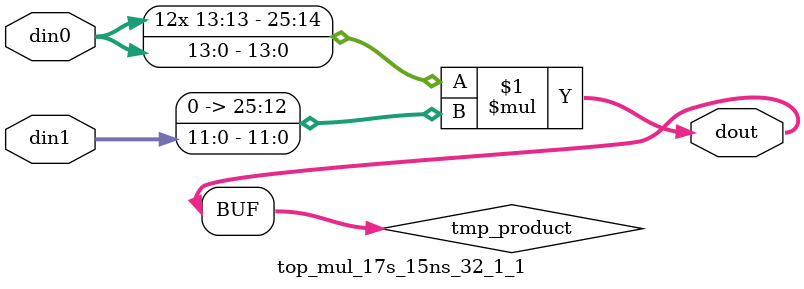
<source format=v>

`timescale 1 ns / 1 ps

 (* use_dsp = "no" *)  module top_mul_17s_15ns_32_1_1(din0, din1, dout);
parameter ID = 1;
parameter NUM_STAGE = 0;
parameter din0_WIDTH = 14;
parameter din1_WIDTH = 12;
parameter dout_WIDTH = 26;

input [din0_WIDTH - 1 : 0] din0; 
input [din1_WIDTH - 1 : 0] din1; 
output [dout_WIDTH - 1 : 0] dout;

wire signed [dout_WIDTH - 1 : 0] tmp_product;


























assign tmp_product = $signed(din0) * $signed({1'b0, din1});









assign dout = tmp_product;





















endmodule

</source>
